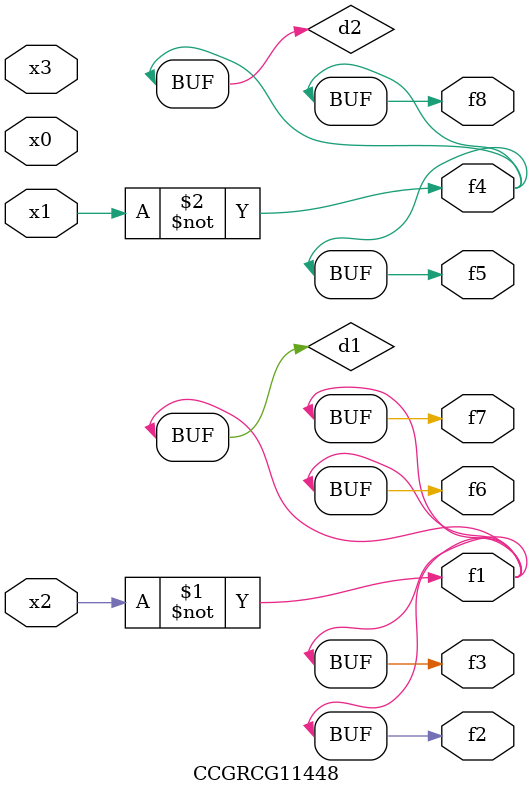
<source format=v>
module CCGRCG11448(
	input x0, x1, x2, x3,
	output f1, f2, f3, f4, f5, f6, f7, f8
);

	wire d1, d2;

	xnor (d1, x2);
	not (d2, x1);
	assign f1 = d1;
	assign f2 = d1;
	assign f3 = d1;
	assign f4 = d2;
	assign f5 = d2;
	assign f6 = d1;
	assign f7 = d1;
	assign f8 = d2;
endmodule

</source>
